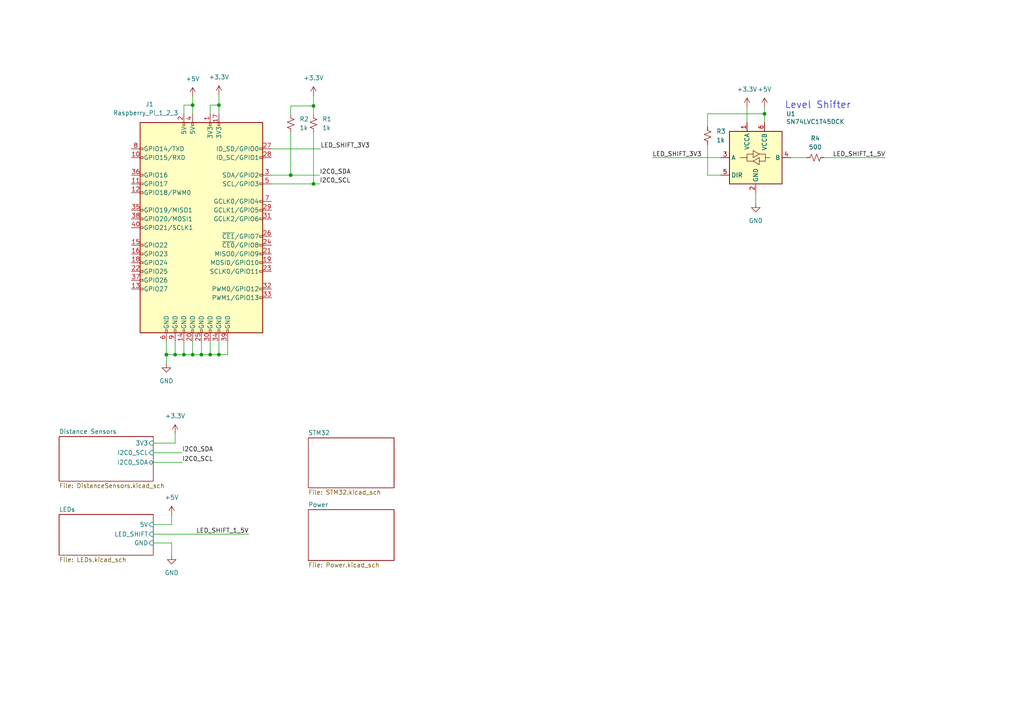
<source format=kicad_sch>
(kicad_sch (version 20230121) (generator eeschema)
  (paper "A4")
  (title_block (title "RPI and Root") (rev "A"))
  (lib_symbols
    (symbol "Connector:Raspberry_Pi_2_3" (pin_names (offset 1.016))
      (property "Reference" "J" (at -17.78 31.75 0))
      (property "Value" "Raspberry_Pi_2_3" (at 10.16 -31.75 0))
      (symbol "Raspberry_Pi_2_3_0_1"
        (rectangle (start -17.78 30.48) (end 17.78 -30.48) (stroke (width 0.254)) (fill (type background)))
      )
      (symbol "Raspberry_Pi_2_3_1_1"
        (rectangle (start -16.891 -17.526) (end -17.78 -18.034))
        (rectangle (start -16.891 -14.986) (end -17.78 -15.494))
        (rectangle (start -16.891 -12.446) (end -17.78 -12.954))
        (rectangle (start -16.891 -9.906) (end -17.78 -10.414))
        (rectangle (start -16.891 -7.366) (end -17.78 -7.874))
        (rectangle (start -16.891 -4.826) (end -17.78 -5.334))
        (rectangle (start -16.891 0.254) (end -17.78 -0.254))
        (rectangle (start -16.891 2.794) (end -17.78 2.286))
        (rectangle (start -16.891 5.334) (end -17.78 4.826))
        (rectangle (start -16.891 10.414) (end -17.78 9.906))
        (rectangle (start -16.891 12.954) (end -17.78 12.446))
        (rectangle (start -16.891 15.494) (end -17.78 14.986))
        (rectangle (start -16.891 20.574) (end -17.78 20.066))
        (rectangle (start -16.891 23.114) (end -17.78 22.606))
        (rectangle (start -10.414 -29.591) (end -9.906 -30.48))
        (rectangle (start -7.874 -29.591) (end -7.366 -30.48))
        (rectangle (start -5.334 -29.591) (end -4.826 -30.48))
        (rectangle (start -5.334 30.48) (end -4.826 29.591))
        (rectangle (start -2.794 -29.591) (end -2.286 -30.48))
        (rectangle (start -2.794 30.48) (end -2.286 29.591))
        (rectangle (start -0.254 -29.591) (end 0.254 -30.48))
        (rectangle (start 2.286 -29.591) (end 2.794 -30.48))
        (rectangle (start 2.286 30.48) (end 2.794 29.591))
        (rectangle (start 4.826 -29.591) (end 5.334 -30.48))
        (rectangle (start 4.826 30.48) (end 5.334 29.591))
        (rectangle (start 7.366 -29.591) (end 7.874 -30.48))
        (rectangle (start 17.78 -20.066) (end 16.891 -20.574))
        (rectangle (start 17.78 -17.526) (end 16.891 -18.034))
        (rectangle (start 17.78 -12.446) (end 16.891 -12.954))
        (rectangle (start 17.78 -9.906) (end 16.891 -10.414))
        (rectangle (start 17.78 -7.366) (end 16.891 -7.874))
        (rectangle (start 17.78 -4.826) (end 16.891 -5.334))
        (rectangle (start 17.78 -2.286) (end 16.891 -2.794))
        (rectangle (start 17.78 2.794) (end 16.891 2.286))
        (rectangle (start 17.78 5.334) (end 16.891 4.826))
        (rectangle (start 17.78 7.874) (end 16.891 7.366))
        (rectangle (start 17.78 12.954) (end 16.891 12.446))
        (rectangle (start 17.78 15.494) (end 16.891 14.986))
        (rectangle (start 17.78 20.574) (end 16.891 20.066))
        (rectangle (start 17.78 23.114) (end 16.891 22.606))
        (pin power_in line (at 2.54 33.02 270) (length 2.54) (name "3V3") (number "1"))
        (pin bidirectional line (at -20.32 20.32 0) (length 2.54) (name "GPIO15/RXD") (number "10"))
        (pin bidirectional line (at -20.32 12.7 0) (length 2.54) (name "GPIO17") (number "11"))
        (pin bidirectional line (at -20.32 10.16 0) (length 2.54) (name "GPIO18/PWM0") (number "12"))
        (pin bidirectional line (at -20.32 -17.78 0) (length 2.54) (name "GPIO27") (number "13"))
        (pin power_in line (at -5.08 -33.02 90) (length 2.54) (name "GND") (number "14"))
        (pin bidirectional line (at -20.32 -5.08 0) (length 2.54) (name "GPIO22") (number "15"))
        (pin bidirectional line (at -20.32 -7.62 0) (length 2.54) (name "GPIO23") (number "16"))
        (pin power_in line (at 5.08 33.02 270) (length 2.54) (name "3V3") (number "17"))
        (pin bidirectional line (at -20.32 -10.16 0) (length 2.54) (name "GPIO24") (number "18"))
        (pin bidirectional line (at 20.32 -10.16 180) (length 2.54) (name "MOSI0/GPIO10") (number "19"))
        (pin power_in line (at -5.08 33.02 270) (length 2.54) (name "5V") (number "2"))
        (pin power_in line (at -2.54 -33.02 90) (length 2.54) (name "GND") (number "20"))
        (pin bidirectional line (at 20.32 -7.62 180) (length 2.54) (name "MISO0/GPIO9") (number "21"))
        (pin bidirectional line (at -20.32 -12.7 0) (length 2.54) (name "GPIO25") (number "22"))
        (pin bidirectional line (at 20.32 -12.7 180) (length 2.54) (name "SCLK0/GPIO11") (number "23"))
        (pin bidirectional line (at 20.32 -5.08 180) (length 2.54) (name "~{CE0}/GPIO8") (number "24"))
        (pin power_in line (at 0 -33.02 90) (length 2.54) (name "GND") (number "25"))
        (pin bidirectional line (at 20.32 -2.54 180) (length 2.54) (name "~{CE1}/GPIO7") (number "26"))
        (pin bidirectional line (at 20.32 22.86 180) (length 2.54) (name "ID_SD/GPIO0") (number "27"))
        (pin bidirectional line (at 20.32 20.32 180) (length 2.54) (name "ID_SC/GPIO1") (number "28"))
        (pin bidirectional line (at 20.32 5.08 180) (length 2.54) (name "GCLK1/GPIO5") (number "29"))
        (pin bidirectional line (at 20.32 15.24 180) (length 2.54) (name "SDA/GPIO2") (number "3"))
        (pin power_in line (at 2.54 -33.02 90) (length 2.54) (name "GND") (number "30"))
        (pin bidirectional line (at 20.32 2.54 180) (length 2.54) (name "GCLK2/GPIO6") (number "31"))
        (pin bidirectional line (at 20.32 -17.78 180) (length 2.54) (name "PWM0/GPIO12") (number "32"))
        (pin bidirectional line (at 20.32 -20.32 180) (length 2.54) (name "PWM1/GPIO13") (number "33"))
        (pin power_in line (at 5.08 -33.02 90) (length 2.54) (name "GND") (number "34"))
        (pin bidirectional line (at -20.32 5.08 0) (length 2.54) (name "GPIO19/MISO1") (number "35"))
        (pin bidirectional line (at -20.32 15.24 0) (length 2.54) (name "GPIO16") (number "36"))
        (pin bidirectional line (at -20.32 -15.24 0) (length 2.54) (name "GPIO26") (number "37"))
        (pin bidirectional line (at -20.32 2.54 0) (length 2.54) (name "GPIO20/MOSI1") (number "38"))
        (pin power_in line (at 7.62 -33.02 90) (length 2.54) (name "GND") (number "39"))
        (pin power_in line (at -2.54 33.02 270) (length 2.54) (name "5V") (number "4"))
        (pin bidirectional line (at -20.32 0 0) (length 2.54) (name "GPIO21/SCLK1") (number "40"))
        (pin bidirectional line (at 20.32 12.7 180) (length 2.54) (name "SCL/GPIO3") (number "5"))
        (pin power_in line (at -10.16 -33.02 90) (length 2.54) (name "GND") (number "6"))
        (pin bidirectional line (at 20.32 7.62 180) (length 2.54) (name "GCLK0/GPIO4") (number "7"))
        (pin bidirectional line (at -20.32 22.86 0) (length 2.54) (name "GPIO14/TXD") (number "8"))
        (pin power_in line (at -7.62 -33.02 90) (length 2.54) (name "GND") (number "9"))
      )
    )
    (symbol "Device:R_Small_US" (pin_numbers hide) (pin_names (offset 0.254) hide)
      (property "Reference" "R" (at 0.762 0.508 0))
      (property "Value" "R_Small_US" (at 0.762 -1.016 0))
      (symbol "R_Small_US_1_1"
        (polyline (pts (xy 0 0) (xy 1.016 -0.381) (xy 0 -0.762) (xy -1.016 -1.143) (xy 0 -1.524)))
        (polyline (pts (xy 0 1.524) (xy 1.016 1.143) (xy 0 0.762) (xy -1.016 0.381) (xy 0 0)))
        (pin passive line (at 0 2.54 270) (length 1.016) (name "~") (number "1"))
        (pin passive line (at 0 -2.54 90) (length 1.016) (name "~") (number "2"))
      )
    )
    (symbol "Logic_LevelTranslator:SN74LVC1T45DCK"
      (property "Reference" "U" (at -6.35 8.89 0))
      (property "Value" "SN74LVC1T45DCK" (at 3.81 8.89 0))
      (symbol "SN74LVC1T45DCK_0_1"
        (rectangle (start -7.62 7.62) (end 7.62 -7.62) (stroke (width 0.254)) (fill (type background)))
        (polyline (pts (xy -2.54 0) (xy -2.54 1.016) (xy -0.762 1.016)))
        (polyline (pts (xy 2.794 0) (xy 2.794 -1.016) (xy 1.016 -1.016)))
        (polyline (pts (xy -0.762 -1.016) (xy -2.54 -1.016) (xy -2.54 0) (xy -4.572 0)))
        (polyline (pts (xy -0.762 0) (xy -0.762 2.032) (xy 1.016 1.016) (xy -0.762 0)))
        (polyline (pts (xy 1.016 1.016) (xy 2.794 1.016) (xy 2.794 0) (xy 4.064 0)))
        (polyline (pts (xy 1.016 0) (xy 1.016 -1.778) (xy 1.016 -2.032) (xy -0.762 -1.016) (xy 1.016 0)))
      )
      (symbol "SN74LVC1T45DCK_1_1"
        (pin power_in line (at -2.54 10.16 270) (length 2.54) (name "VCCA") (number "1"))
        (pin power_in line (at 0 -10.16 90) (length 2.54) (name "GND") (number "2"))
        (pin bidirectional line (at -10.16 0 0) (length 2.54) (name "A") (number "3"))
        (pin bidirectional line (at 10.16 0 180) (length 2.54) (name "B") (number "4"))
        (pin input line (at -10.16 -5.08 0) (length 2.54) (name "DIR") (number "5"))
        (pin power_in line (at 2.54 10.16 270) (length 2.54) (name "VCCB") (number "6"))
      )
    )
    (symbol "power:+3.3V" (power) (pin_names (offset 0))
      (property "Value" "+3.3V" (at 0 3.556 0))
      (symbol "+3.3V_0_1"
        (polyline (pts (xy -0.762 1.27) (xy 0 2.54)))
        (polyline (pts (xy 0 0) (xy 0 2.54)))
        (polyline (pts (xy 0 2.54) (xy 0.762 1.27)))
      )
      (symbol "+3.3V_1_1"
        (pin power_in line (at 0 0 90) (length 0) hide (name "+3.3V") (number "1"))
      )
    )
    (symbol "power:+5V" (power) (pin_names (offset 0))
      (property "Value" "+5V" (at 0 3.556 0))
      (symbol "+5V_0_1"
        (polyline (pts (xy -0.762 1.27) (xy 0 2.54)))
        (polyline (pts (xy 0 0) (xy 0 2.54)))
        (polyline (pts (xy 0 2.54) (xy 0.762 1.27)))
      )
      (symbol "+5V_1_1"
        (pin power_in line (at 0 0 90) (length 0) hide (name "+5V") (number "1"))
      )
    )
    (symbol "power:GND" (power) (pin_names (offset 0))
      (property "Value" "GND" (at 0 -3.81 0))
      (symbol "GND_0_1"
        (polyline (pts (xy 0 0) (xy 0 -1.27) (xy 1.27 -1.27) (xy 0 -2.54) (xy -1.27 -1.27) (xy 0 -1.27)))
      )
      (symbol "GND_1_1"
        (pin power_in line (at 0 0 270) (length 0) hide (name "GND") (number "1"))
      )
    )
  )
  (junction (at 53.34 102.87))
  (junction (at 50.8 102.87))
  (junction (at 63.5 102.87))
  (junction (at 55.88 30.48))
  (junction (at 90.932 30.734))
  (junction (at 221.742 33.02))
  (junction (at 90.932 53.34))
  (junction (at 60.96 102.87))
  (junction (at 63.5 30.48))
  (junction (at 55.88 102.87))
  (junction (at 58.42 102.87))
  (junction (at 48.26 102.87))
  (junction (at 84.328 50.8))
  (wire (pts (xy 49.784 149.352) (xy 49.784 152.146)))
  (wire (pts (xy 189.23 45.72) (xy 209.042 45.72)))
  (wire (pts (xy 50.8 102.87) (xy 48.26 102.87)))
  (wire (pts (xy 205.232 33.02) (xy 205.232 36.83)))
  (wire (pts (xy 55.88 102.87) (xy 58.42 102.87)))
  (wire (pts (xy 50.8 99.06) (xy 50.8 102.87)))
  (wire (pts (xy 78.74 43.18) (xy 92.964 43.18)))
  (wire (pts (xy 221.742 30.988) (xy 221.742 33.02)))
  (wire (pts (xy 44.45 134.112) (xy 52.832 134.112)))
  (wire (pts (xy 60.96 30.48) (xy 60.96 33.02)))
  (wire (pts (xy 84.328 38.354) (xy 84.328 50.8)))
  (wire (pts (xy 48.26 102.87) (xy 48.26 105.41)))
  (wire (pts (xy 221.742 33.02) (xy 221.742 35.56)))
  (wire (pts (xy 221.742 33.02) (xy 205.232 33.02)))
  (wire (pts (xy 55.88 30.48) (xy 55.88 33.02)))
  (wire (pts (xy 63.5 99.06) (xy 63.5 102.87)))
  (wire (pts (xy 205.232 41.91) (xy 205.232 50.8)))
  (wire (pts (xy 50.8 102.87) (xy 53.34 102.87)))
  (wire (pts (xy 53.34 30.48) (xy 53.34 33.02)))
  (wire (pts (xy 49.784 157.48) (xy 49.784 161.036)))
  (wire (pts (xy 219.202 55.88) (xy 219.202 58.928)))
  (wire (pts (xy 53.34 99.06) (xy 53.34 102.87)))
  (wire (pts (xy 60.96 99.06) (xy 60.96 102.87)))
  (wire (pts (xy 84.328 33.274) (xy 84.328 30.734)))
  (wire (pts (xy 58.42 99.06) (xy 58.42 102.87)))
  (wire (pts (xy 58.42 102.87) (xy 60.96 102.87)))
  (wire (pts (xy 63.5 102.87) (xy 66.04 102.87)))
  (wire (pts (xy 55.88 27.94) (xy 55.88 30.48)))
  (wire (pts (xy 84.328 50.8) (xy 92.71 50.8)))
  (wire (pts (xy 53.34 102.87) (xy 55.88 102.87)))
  (wire (pts (xy 78.74 53.34) (xy 90.932 53.34)))
  (wire (pts (xy 60.96 102.87) (xy 63.5 102.87)))
  (wire (pts (xy 44.45 154.94) (xy 72.136 154.94)))
  (wire (pts (xy 44.45 128.524) (xy 50.8 128.524)))
  (wire (pts (xy 90.932 38.354) (xy 90.932 53.34)))
  (wire (pts (xy 63.5 30.48) (xy 63.5 27.432)))
  (wire (pts (xy 63.5 33.02) (xy 63.5 30.48)))
  (wire (pts (xy 44.45 157.48) (xy 49.784 157.48)))
  (wire (pts (xy 90.932 30.734) (xy 90.932 33.274)))
  (wire (pts (xy 90.932 30.734) (xy 90.932 27.686)))
  (wire (pts (xy 216.662 30.988) (xy 216.662 35.56)))
  (wire (pts (xy 44.45 131.318) (xy 52.832 131.318)))
  (wire (pts (xy 55.88 99.06) (xy 55.88 102.87)))
  (wire (pts (xy 229.362 45.72) (xy 233.934 45.72)))
  (wire (pts (xy 205.232 50.8) (xy 209.042 50.8)))
  (wire (pts (xy 48.26 99.06) (xy 48.26 102.87)))
  (wire (pts (xy 239.014 45.72) (xy 256.794 45.72)))
  (wire (pts (xy 60.96 30.48) (xy 63.5 30.48)))
  (wire (pts (xy 90.932 53.34) (xy 92.71 53.34)))
  (wire (pts (xy 49.784 152.146) (xy 44.45 152.146)))
  (wire (pts (xy 84.328 30.734) (xy 90.932 30.734)))
  (wire (pts (xy 78.74 50.8) (xy 84.328 50.8)))
  (wire (pts (xy 50.8 125.73) (xy 50.8 128.524)))
  (wire (pts (xy 53.34 30.48) (xy 55.88 30.48)))
  (wire (pts (xy 66.04 102.87) (xy 66.04 99.06)))
  (text "Level Shifter\n" (at 227.584 31.75 0) (effects (font (size 2 2)) (justify left bottom)))
  (label "I2C0_SDA" (at 52.832 131.318 0))
  (label "I2C0_SCL" (at 92.71 53.34 0))
  (label "LED_SHIFT_3V3" (at 189.23 45.72 0))
  (label "I2C0_SDA" (at 92.71 50.8 0))
  (label "LED_SHIFT_1_5V" (at 256.794 45.72 180))
  (label "LED_SHIFT_3V3" (at 92.964 43.18 0))
  (label "LED_SHIFT_1_5V" (at 72.136 154.94 180))
  (label "I2C0_SCL" (at 52.832 134.112 0))
  (symbol (lib_id "Logic_LevelTranslator:SN74LVC1T45DCK") (at 219.202 45.72 0) (unit 1)
    (property "Reference" "U1" (at 229.362 33.02 0))
    (property "Value" "SN74LVC1T45DCK" (at 236.474 35.306 0))
    (property "Footprint" "Package_TO_SOT_SMD:SOT-363_SC-70-6" (effects hide))
    (property "Datasheet" "http://www.ti.com/lit/ds/symlink/sn74lvc1t45.pdf" (effects hide))
  )
  (symbol (lib_id "Device:R_Small_US") (at 236.474 45.72 90) (unit 1)
    (property "Reference" "R4" (at 236.474 40.132 90))
    (property "Value" "500" (at 236.474 42.672 90))
  )
  (symbol (lib_id "power:+3.3V") (at 216.662 30.988 0) (unit 1)
    (property "Reference" "#PWR05" (effects hide))
    (property "Value" "+3.3V" (at 216.662 25.908 0))
  )
  (symbol (lib_id "Device:R_Small_US") (at 205.232 39.37 0) (unit 1)
    (property "Reference" "R3" (at 207.772 38.1 0) (effects (justify left)))
    (property "Value" "1k" (at 207.772 40.64 0) (effects (justify left)))
  )
  (symbol (lib_id "power:+5V") (at 55.88 27.94 0) (unit 1)
    (property "Reference" "#PWR02" (effects hide))
    (property "Value" "+5V" (at 55.88 22.86 0))
  )
  (symbol (lib_id "power:+3.3V") (at 50.8 125.73 0) (unit 1)
    (property "Reference" "#PWR020" (effects hide))
    (property "Value" "+3.3V" (at 50.8 120.65 0))
  )
  (symbol (lib_id "power:GND") (at 49.784 161.036 0) (unit 1)
    (property "Reference" "#PWR026" (effects hide))
    (property "Value" "GND" (at 49.784 166.116 0))
  )
  (symbol (lib_id "Connector:Raspberry_Pi_2_3") (at 58.42 66.04 0) (unit 1)
    (property "Reference" "J1" (at 42.164 30.226 0) (effects (justify left)))
    (property "Value" "Raspberry_Pi_1_2_3" (at 32.766 32.766 0) (effects (justify left)))
    (property "Footprint" "Connector_PinSocket_2.54mm:PinSocket_2x20_P2.54mm_Vertical" (effects hide))
    (property "Datasheet" "https://www.raspberrypi.org/documentation/hardware/raspberrypi/schematics/rpi_SCH_3bplus_1p0_reduced.pdf" (effects hide))
  )
  (symbol (lib_id "power:GND") (at 48.26 105.41 0) (unit 1)
    (property "Reference" "#PWR03" (effects hide))
    (property "Value" "GND" (at 48.26 110.49 0))
  )
  (symbol (lib_id "power:+5V") (at 49.784 149.352 0) (unit 1)
    (property "Reference" "#PWR025" (effects hide))
    (property "Value" "+5V" (at 49.784 144.272 0))
  )
  (symbol (lib_id "power:+3.3V") (at 63.5 27.432 0) (unit 1)
    (property "Reference" "#PWR01" (effects hide))
    (property "Value" "+3.3V" (at 63.5 22.352 0))
  )
  (symbol (lib_id "power:+3.3V") (at 90.932 27.686 0) (unit 1)
    (property "Reference" "#PWR04" (effects hide))
    (property "Value" "+3.3V" (at 90.932 22.606 0))
  )
  (symbol (lib_id "power:GND") (at 219.202 58.928 0) (unit 1)
    (property "Reference" "#PWR07" (effects hide))
    (property "Value" "GND" (at 219.202 64.008 0))
  )
  (symbol (lib_id "power:+5V") (at 221.742 30.988 0) (unit 1)
    (property "Reference" "#PWR06" (effects hide))
    (property "Value" "+5V" (at 221.742 25.908 0))
  )
  (symbol (lib_id "Device:R_Small_US") (at 90.932 35.814 0) (unit 1)
    (property "Reference" "R1" (at 93.472 34.544 0) (effects (justify left)))
    (property "Value" "1k" (at 93.472 37.084 0) (effects (justify left)))
  )
  (symbol (lib_id "Device:R_Small_US") (at 84.328 35.814 0) (unit 1)
    (property "Reference" "R2" (at 86.868 34.544 0) (effects (justify left)))
    (property "Value" "1k" (at 86.868 37.084 0) (effects (justify left)))
  )
  (sheet (at 89.408 127) (size 24.892 14.478) (stroke (width 0.1524))
    (property "Sheetname" "STM32" (at 89.408 126.2884 0) (effects (justify left bottom)))
    (property "Sheetfile" "STM32.kicad_sch" (at 89.408 142.0626 0) (effects (justify left top)))
  )
  (sheet (at 17.145 149.225) (size 27.305 11.811) (stroke (width 0.1524))
    (property "Sheetname" "LEDs" (at 17.145 148.5134 0) (effects (justify left bottom)))
    (property "Sheetfile" "LEDs.kicad_sch" (at 17.145 161.6206 0) (effects (justify left top)))
    (pin "LED_SHIFT" input (at 44.45 154.94 0))
    (pin "GND" input (at 44.45 157.48 0))
    (pin "5V" input (at 44.45 152.146 0))
  )
  (sheet (at 17.145 126.619) (size 27.305 12.954) (stroke (width 0.1524))
    (property "Sheetname" "Distance Sensors" (at 17.145 125.9074 0) (effects (justify left bottom)))
    (property "Sheetfile" "DistanceSensors.kicad_sch" (at 17.145 140.1576 0) (effects (justify left top)))
    (pin "I2C0_SCL" input (at 44.45 131.318 0))
    (pin "I2C0_SDA" bidirectional (at 44.45 134.112 0))
    (pin "3V3" input (at 44.45 128.524 0))
  )
  (sheet (at 89.408 147.828) (size 24.892 14.732) (stroke (width 0.1524))
    (property "Sheetname" "Power" (at 89.408 147.1164 0) (effects (justify left bottom)))
    (property "Sheetfile" "Power.kicad_sch" (at 89.408 163.1446 0) (effects (justify left top)))
  )
)
</source>
